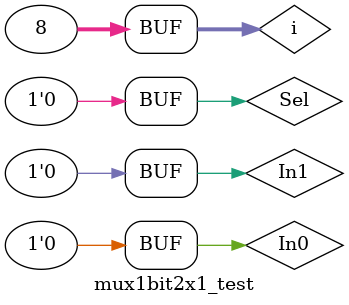
<source format=v>
`timescale 1ns / 1ps


module mux1bit2x1_test;

	// Inputs
	reg In0;
	reg In1;
	reg Sel;

	// Outputs
	wire Y;

	// Variables
	integer i;
	
	// Instantiate the Unit Under Test (UUT)
	mux1bit2x1 uut (
		.Y(Y), 
		.In0(In0), 
		.In1(In1), 
		.Sel(Sel)
	);

	initial begin
		// Initialize Inputs
		In0 = 0;
		In1 = 0;
		Sel = 0;
	
		// Loop Through All Possible Values
		for(i=0; i<8; i = i + 1)
		begin
			#10 {Sel, In0, In1} = {Sel, In0, In1} + 1;
		end

	end
      
endmodule


</source>
